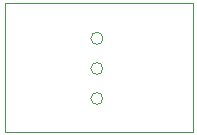
<source format=gbr>
%TF.GenerationSoftware,KiCad,Pcbnew,7.0.5-0*%
%TF.CreationDate,2024-09-26T11:35:51-07:00*%
%TF.ProjectId,CSD17585F5T,43534431-3735-4383-9546-35542e6b6963,rev?*%
%TF.SameCoordinates,Original*%
%TF.FileFunction,Profile,NP*%
%FSLAX46Y46*%
G04 Gerber Fmt 4.6, Leading zero omitted, Abs format (unit mm)*
G04 Created by KiCad (PCBNEW 7.0.5-0) date 2024-09-26 11:35:51*
%MOMM*%
%LPD*%
G01*
G04 APERTURE LIST*
%TA.AperFunction,Profile*%
%ADD10C,0.010000*%
%TD*%
G04 APERTURE END LIST*
D10*
X99800000Y-94400000D02*
X115700000Y-94400000D01*
X115700000Y-105300000D01*
X99800000Y-105300000D01*
X99800000Y-94400000D01*
X108100000Y-102490000D02*
G75*
G03*
X108100000Y-102490000I-500000J0D01*
G01*
X108100000Y-99950000D02*
G75*
G03*
X108100000Y-99950000I-500000J0D01*
G01*
X108109902Y-97400000D02*
G75*
G03*
X108109902Y-97400000I-509902J0D01*
G01*
M02*

</source>
